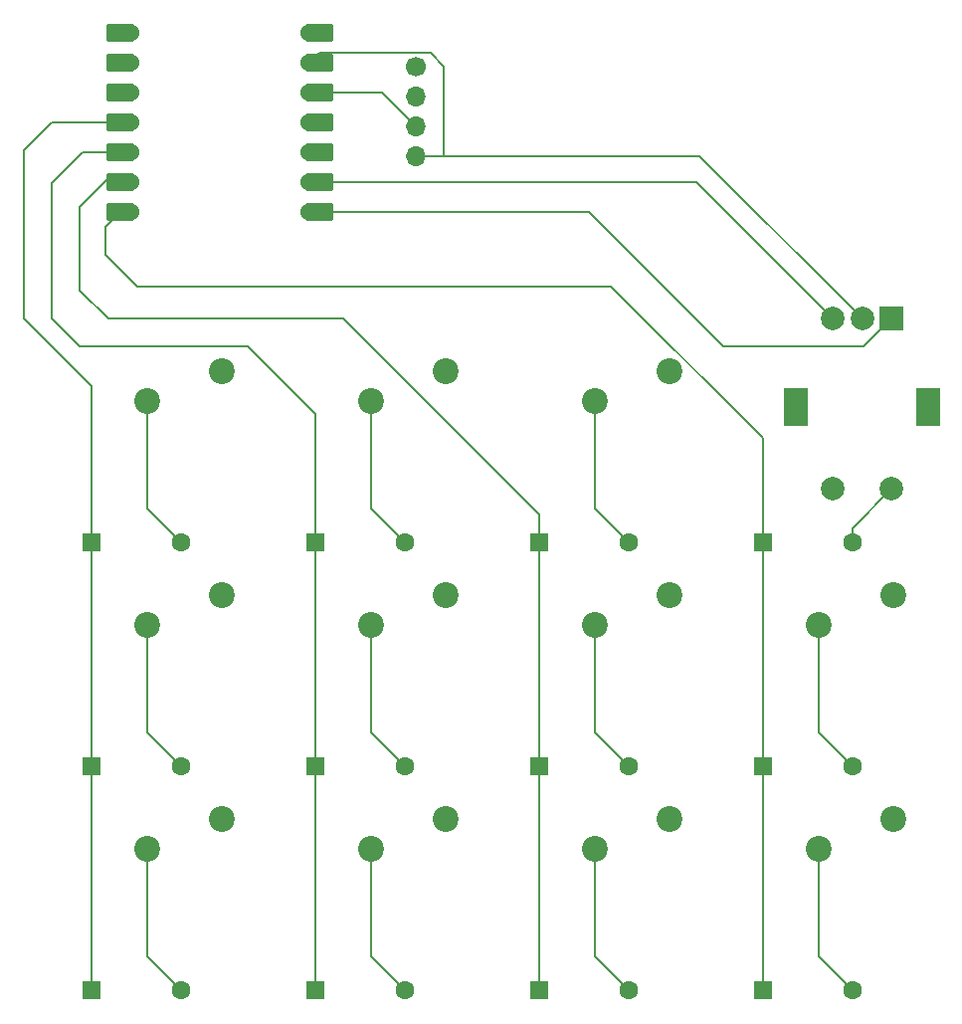
<source format=gbr>
%TF.GenerationSoftware,KiCad,Pcbnew,9.0.6*%
%TF.CreationDate,2025-12-24T16:22:33+00:00*%
%TF.ProjectId,Macro Pad,4d616372-6f20-4506-9164-2e6b69636164,rev?*%
%TF.SameCoordinates,Original*%
%TF.FileFunction,Copper,L1,Top*%
%TF.FilePolarity,Positive*%
%FSLAX46Y46*%
G04 Gerber Fmt 4.6, Leading zero omitted, Abs format (unit mm)*
G04 Created by KiCad (PCBNEW 9.0.6) date 2025-12-24 16:22:33*
%MOMM*%
%LPD*%
G01*
G04 APERTURE LIST*
G04 Aperture macros list*
%AMRoundRect*
0 Rectangle with rounded corners*
0 $1 Rounding radius*
0 $2 $3 $4 $5 $6 $7 $8 $9 X,Y pos of 4 corners*
0 Add a 4 corners polygon primitive as box body*
4,1,4,$2,$3,$4,$5,$6,$7,$8,$9,$2,$3,0*
0 Add four circle primitives for the rounded corners*
1,1,$1+$1,$2,$3*
1,1,$1+$1,$4,$5*
1,1,$1+$1,$6,$7*
1,1,$1+$1,$8,$9*
0 Add four rect primitives between the rounded corners*
20,1,$1+$1,$2,$3,$4,$5,0*
20,1,$1+$1,$4,$5,$6,$7,0*
20,1,$1+$1,$6,$7,$8,$9,0*
20,1,$1+$1,$8,$9,$2,$3,0*%
G04 Aperture macros list end*
%TA.AperFunction,ComponentPad*%
%ADD10C,1.600000*%
%TD*%
%TA.AperFunction,ComponentPad*%
%ADD11RoundRect,0.250000X-0.550000X-0.550000X0.550000X-0.550000X0.550000X0.550000X-0.550000X0.550000X0*%
%TD*%
%TA.AperFunction,ComponentPad*%
%ADD12C,2.200000*%
%TD*%
%TA.AperFunction,ComponentPad*%
%ADD13C,1.700000*%
%TD*%
%TA.AperFunction,ComponentPad*%
%ADD14O,1.700000X1.700000*%
%TD*%
%TA.AperFunction,WasherPad*%
%ADD15R,2.000000X3.200000*%
%TD*%
%TA.AperFunction,ComponentPad*%
%ADD16R,2.000000X2.000000*%
%TD*%
%TA.AperFunction,ComponentPad*%
%ADD17C,2.000000*%
%TD*%
%TA.AperFunction,SMDPad,CuDef*%
%ADD18RoundRect,0.152400X1.063600X0.609600X-1.063600X0.609600X-1.063600X-0.609600X1.063600X-0.609600X0*%
%TD*%
%TA.AperFunction,ComponentPad*%
%ADD19C,1.524000*%
%TD*%
%TA.AperFunction,SMDPad,CuDef*%
%ADD20RoundRect,0.152400X-1.063600X-0.609600X1.063600X-0.609600X1.063600X0.609600X-1.063600X0.609600X0*%
%TD*%
%TA.AperFunction,Conductor*%
%ADD21C,0.200000*%
%TD*%
G04 APERTURE END LIST*
D10*
%TO.P,D10,2,A*%
%TO.N,Net-(D10-A)*%
X108585000Y-73818750D03*
D11*
%TO.P,D10,1,K*%
%TO.N,Net-(D10-K)*%
X100965000Y-73818750D03*
%TD*%
D12*
%TO.P,SW8,1,1*%
%TO.N,Net-(U1-GPIO27{slash}ADC1{slash}A1)*%
X93027500Y-78263750D03*
%TO.P,SW8,2,2*%
%TO.N,Net-(D8-A)*%
X86677500Y-80803750D03*
%TD*%
D11*
%TO.P,D11,1,K*%
%TO.N,Net-(D10-K)*%
X100965000Y-92868750D03*
D10*
%TO.P,D11,2,A*%
%TO.N,Net-(D11-A)*%
X108585000Y-92868750D03*
%TD*%
D12*
%TO.P,SW9,1,1*%
%TO.N,Net-(U1-GPIO26{slash}ADC0{slash}A0)*%
X93027500Y-97313750D03*
%TO.P,SW9,2,2*%
%TO.N,Net-(D9-A)*%
X86677500Y-99853750D03*
%TD*%
D11*
%TO.P,D8,1,K*%
%TO.N,Net-(D7-K)*%
X81915000Y-92868750D03*
D10*
%TO.P,D8,2,A*%
%TO.N,Net-(D8-A)*%
X89535000Y-92868750D03*
%TD*%
D13*
%TO.P,J1,1,Pin_1*%
%TO.N,Net-(J1-Pin_1)*%
X71437500Y-33337500D03*
D14*
%TO.P,J1,2,Pin_2*%
%TO.N,Net-(J1-Pin_2)*%
X71437500Y-35877500D03*
%TO.P,J1,3,Pin_3*%
%TO.N,+3.3V*%
X71437500Y-38417500D03*
%TO.P,J1,4,Pin_4*%
%TO.N,GND*%
X71437500Y-40957500D03*
%TD*%
D11*
%TO.P,D1,1,K*%
%TO.N,Net-(D1-K)*%
X43815000Y-73818750D03*
D10*
%TO.P,D1,2,A*%
%TO.N,Net-(D1-A)*%
X51435000Y-73818750D03*
%TD*%
D12*
%TO.P,SW5,1,1*%
%TO.N,Net-(U1-GPIO27{slash}ADC1{slash}A1)*%
X73977500Y-78263750D03*
%TO.P,SW5,2,2*%
%TO.N,Net-(D5-A)*%
X67627500Y-80803750D03*
%TD*%
D11*
%TO.P,D4,1,K*%
%TO.N,Net-(D4-K)*%
X62865000Y-73818750D03*
D10*
%TO.P,D4,2,A*%
%TO.N,Net-(D4-A)*%
X70485000Y-73818750D03*
%TD*%
D11*
%TO.P,D12,1,K*%
%TO.N,Net-(D10-K)*%
X100965000Y-111918750D03*
D10*
%TO.P,D12,2,A*%
%TO.N,Net-(D12-A)*%
X108585000Y-111918750D03*
%TD*%
D12*
%TO.P,SW3,1,1*%
%TO.N,Net-(U1-GPIO26{slash}ADC0{slash}A0)*%
X54927500Y-97313750D03*
%TO.P,SW3,2,2*%
%TO.N,Net-(D3-A)*%
X48577500Y-99853750D03*
%TD*%
%TO.P,SW1,1,1*%
%TO.N,Net-(U1-GPIO28{slash}ADC2{slash}A2)*%
X54927500Y-59213750D03*
%TO.P,SW1,2,2*%
%TO.N,Net-(D1-A)*%
X48577500Y-61753750D03*
%TD*%
D11*
%TO.P,D3,1,K*%
%TO.N,Net-(D1-K)*%
X43815000Y-111918750D03*
D10*
%TO.P,D3,2,A*%
%TO.N,Net-(D3-A)*%
X51435000Y-111918750D03*
%TD*%
D11*
%TO.P,D5,1,K*%
%TO.N,Net-(D4-K)*%
X62865000Y-92868750D03*
D10*
%TO.P,D5,2,A*%
%TO.N,Net-(D5-A)*%
X70485000Y-92868750D03*
%TD*%
D15*
%TO.P,SW13,*%
%TO.N,*%
X115018750Y-62268750D03*
X103818750Y-62268750D03*
D16*
%TO.P,SW13,A,A*%
%TO.N,Net-(U1-GPIO1{slash}RX)*%
X111918750Y-54768750D03*
D17*
%TO.P,SW13,B,B*%
%TO.N,Net-(U1-GPIO2{slash}SCK)*%
X106918750Y-54768750D03*
%TO.P,SW13,C,C*%
%TO.N,GND*%
X109418750Y-54768750D03*
%TO.P,SW13,S1,S1*%
%TO.N,Net-(U1-GPIO28{slash}ADC2{slash}A2)*%
X106918750Y-69268750D03*
%TO.P,SW13,S2,S2*%
%TO.N,Net-(D10-A)*%
X111918750Y-69268750D03*
%TD*%
D11*
%TO.P,D7,1,K*%
%TO.N,Net-(D7-K)*%
X81915000Y-73818750D03*
D10*
%TO.P,D7,2,A*%
%TO.N,Net-(D7-A)*%
X89535000Y-73818750D03*
%TD*%
D18*
%TO.P,U1,1,GPIO26/ADC0/A0*%
%TO.N,Net-(U1-GPIO26{slash}ADC0{slash}A0)*%
X46313750Y-30480000D03*
D19*
X47148750Y-30480000D03*
D18*
%TO.P,U1,2,GPIO27/ADC1/A1*%
%TO.N,Net-(U1-GPIO27{slash}ADC1{slash}A1)*%
X46313750Y-33020000D03*
D19*
X47148750Y-33020000D03*
D18*
%TO.P,U1,3,GPIO28/ADC2/A2*%
%TO.N,Net-(U1-GPIO28{slash}ADC2{slash}A2)*%
X46313750Y-35560000D03*
D19*
X47148750Y-35560000D03*
D18*
%TO.P,U1,4,GPIO29/ADC3/A3*%
%TO.N,Net-(D1-K)*%
X46313750Y-38100000D03*
D19*
X47148750Y-38100000D03*
D18*
%TO.P,U1,5,GPIO6/SDA*%
%TO.N,Net-(D4-K)*%
X46313750Y-40640000D03*
D19*
X47148750Y-40640000D03*
D18*
%TO.P,U1,6,GPIO7/SCL*%
%TO.N,Net-(D7-K)*%
X46313750Y-43180000D03*
D19*
X47148750Y-43180000D03*
D18*
%TO.P,U1,7,GPIO0/TX*%
%TO.N,Net-(D10-K)*%
X46313750Y-45720000D03*
D19*
X47148750Y-45720000D03*
%TO.P,U1,8,GPIO1/RX*%
%TO.N,Net-(U1-GPIO1{slash}RX)*%
X62388750Y-45720000D03*
D20*
X63223750Y-45720000D03*
D19*
%TO.P,U1,9,GPIO2/SCK*%
%TO.N,Net-(U1-GPIO2{slash}SCK)*%
X62388750Y-43180000D03*
D20*
X63223750Y-43180000D03*
D19*
%TO.P,U1,10,GPIO4/MISO*%
%TO.N,Net-(J1-Pin_2)*%
X62388750Y-40640000D03*
D20*
X63223750Y-40640000D03*
D19*
%TO.P,U1,11,GPIO3/MOSI*%
%TO.N,Net-(J1-Pin_1)*%
X62388750Y-38100000D03*
D20*
X63223750Y-38100000D03*
D19*
%TO.P,U1,12,3V3*%
%TO.N,+3.3V*%
X62388750Y-35560000D03*
D20*
X63223750Y-35560000D03*
D19*
%TO.P,U1,13,GND*%
%TO.N,GND*%
X62388750Y-33020000D03*
D20*
X63223750Y-33020000D03*
D19*
%TO.P,U1,14,VBUS*%
%TO.N,+5V*%
X62388750Y-30480000D03*
D20*
X63223750Y-30480000D03*
%TD*%
D11*
%TO.P,D2,1,K*%
%TO.N,Net-(D1-K)*%
X43815000Y-92868750D03*
D10*
%TO.P,D2,2,A*%
%TO.N,Net-(D2-A)*%
X51435000Y-92868750D03*
%TD*%
D12*
%TO.P,SW7,1,1*%
%TO.N,Net-(U1-GPIO28{slash}ADC2{slash}A2)*%
X93027500Y-59213750D03*
%TO.P,SW7,2,2*%
%TO.N,Net-(D7-A)*%
X86677500Y-61753750D03*
%TD*%
D11*
%TO.P,D6,1,K*%
%TO.N,Net-(D4-K)*%
X62865000Y-111918750D03*
D10*
%TO.P,D6,2,A*%
%TO.N,Net-(D6-A)*%
X70485000Y-111918750D03*
%TD*%
D12*
%TO.P,SW4,1,1*%
%TO.N,Net-(U1-GPIO28{slash}ADC2{slash}A2)*%
X73977500Y-59213750D03*
%TO.P,SW4,2,2*%
%TO.N,Net-(D4-A)*%
X67627500Y-61753750D03*
%TD*%
%TO.P,SW2,1,1*%
%TO.N,Net-(U1-GPIO27{slash}ADC1{slash}A1)*%
X54927500Y-78263750D03*
%TO.P,SW2,2,2*%
%TO.N,Net-(D2-A)*%
X48577500Y-80803750D03*
%TD*%
D11*
%TO.P,D9,1,K*%
%TO.N,Net-(D7-K)*%
X81915000Y-111918750D03*
D10*
%TO.P,D9,2,A*%
%TO.N,Net-(D9-A)*%
X89535000Y-111918750D03*
%TD*%
D12*
%TO.P,SW11,1,1*%
%TO.N,Net-(U1-GPIO26{slash}ADC0{slash}A0)*%
X112077500Y-97313750D03*
%TO.P,SW11,2,2*%
%TO.N,Net-(D12-A)*%
X105727500Y-99853750D03*
%TD*%
%TO.P,SW6,1,1*%
%TO.N,Net-(U1-GPIO26{slash}ADC0{slash}A0)*%
X73977500Y-97313750D03*
%TO.P,SW6,2,2*%
%TO.N,Net-(D6-A)*%
X67627500Y-99853750D03*
%TD*%
%TO.P,SW10,1,1*%
%TO.N,Net-(U1-GPIO27{slash}ADC1{slash}A1)*%
X112077500Y-78263750D03*
%TO.P,SW10,2,2*%
%TO.N,Net-(D11-A)*%
X105727500Y-80803750D03*
%TD*%
D21*
%TO.N,Net-(D1-A)*%
X48577500Y-70961250D02*
X51435000Y-73818750D01*
X48577500Y-61753750D02*
X48577500Y-70961250D01*
%TO.N,Net-(D1-K)*%
X43815000Y-92868750D02*
X43815000Y-73818750D01*
X43815000Y-111918750D02*
X43815000Y-92868750D01*
X38100000Y-40481250D02*
X40481250Y-38100000D01*
X43815000Y-73818750D02*
X43815000Y-60483750D01*
X43815000Y-60483750D02*
X38100000Y-54768750D01*
X40481250Y-38100000D02*
X47148750Y-38100000D01*
X38100000Y-54768750D02*
X38100000Y-40481250D01*
%TO.N,Net-(D2-A)*%
X48577500Y-80803750D02*
X48577500Y-90011250D01*
X48577500Y-90011250D02*
X51435000Y-92868750D01*
%TO.N,Net-(D3-A)*%
X48577500Y-99853750D02*
X48577500Y-109061250D01*
X48577500Y-109061250D02*
X51435000Y-111918750D01*
%TO.N,Net-(D4-A)*%
X67627500Y-70961250D02*
X70485000Y-73818750D01*
X67627500Y-61753750D02*
X67627500Y-70961250D01*
%TO.N,Net-(D5-A)*%
X67627500Y-80803750D02*
X67627500Y-90011250D01*
X67627500Y-90011250D02*
X70485000Y-92868750D01*
%TO.N,Net-(D6-A)*%
X67627500Y-99853750D02*
X67627500Y-109061250D01*
X67627500Y-109061250D02*
X70485000Y-111918750D01*
%TO.N,Net-(D7-A)*%
X86677500Y-61753750D02*
X86677500Y-70961250D01*
X86677500Y-70961250D02*
X89535000Y-73818750D01*
%TO.N,Net-(D8-A)*%
X86677500Y-90011250D02*
X89535000Y-92868750D01*
X86677500Y-80803750D02*
X86677500Y-90011250D01*
%TO.N,Net-(D10-A)*%
X111918750Y-69268750D02*
X108585000Y-72602500D01*
X108585000Y-72602500D02*
X108585000Y-73818750D01*
%TO.N,Net-(D9-A)*%
X86677500Y-109061250D02*
X89535000Y-111918750D01*
X86677500Y-99853750D02*
X86677500Y-109061250D01*
%TO.N,Net-(D10-K)*%
X88070100Y-52021750D02*
X47735500Y-52021750D01*
X45038976Y-49325226D02*
X45038976Y-46994774D01*
X100965000Y-73818750D02*
X100965000Y-64916650D01*
X100965000Y-64916650D02*
X88070100Y-52021750D01*
X45038976Y-46994774D02*
X46313750Y-45720000D01*
X100965000Y-73818750D02*
X100965000Y-111918750D01*
X47735500Y-52021750D02*
X45038976Y-49325226D01*
%TO.N,Net-(D11-A)*%
X105727500Y-80803750D02*
X105727500Y-90011250D01*
X105727500Y-90011250D02*
X108585000Y-92868750D01*
%TO.N,GND*%
X73818750Y-40957500D02*
X71437500Y-40957500D01*
X63222250Y-32186500D02*
X72667750Y-32186500D01*
X109418750Y-54768750D02*
X95607500Y-40957500D01*
X72667750Y-32186500D02*
X73818750Y-33337500D01*
X62388750Y-33020000D02*
X63222250Y-32186500D01*
X73818750Y-33337500D02*
X73818750Y-40957500D01*
X95607500Y-40957500D02*
X73818750Y-40957500D01*
%TO.N,+3.3V*%
X68580000Y-35560000D02*
X62388750Y-35560000D01*
X71437500Y-38417500D02*
X68580000Y-35560000D01*
%TO.N,Net-(U1-GPIO2{slash}SCK)*%
X95330000Y-43180000D02*
X63223750Y-43180000D01*
X106918750Y-54768750D02*
X95330000Y-43180000D01*
%TO.N,Net-(U1-GPIO1{slash}RX)*%
X97631250Y-57150000D02*
X86201250Y-45720000D01*
X111918750Y-54768750D02*
X109537500Y-57150000D01*
X86201250Y-45720000D02*
X63223750Y-45720000D01*
X109537500Y-57150000D02*
X97631250Y-57150000D01*
%TO.N,Net-(D4-K)*%
X40481250Y-54768750D02*
X40481250Y-43259375D01*
X43100625Y-40640000D02*
X47148750Y-40640000D01*
X62865000Y-73818750D02*
X62865000Y-62865000D01*
X57150000Y-57150000D02*
X42862500Y-57150000D01*
X62865000Y-62865000D02*
X57150000Y-57150000D01*
X40481250Y-43259375D02*
X43100625Y-40640000D01*
X62865000Y-111918750D02*
X62865000Y-92868750D01*
X62865000Y-92868750D02*
X62865000Y-73818750D01*
X42862500Y-57150000D02*
X40481250Y-54768750D01*
%TO.N,Net-(D7-K)*%
X81915000Y-71446434D02*
X81915000Y-73818750D01*
X65237316Y-54768750D02*
X81915000Y-71446434D01*
X81915000Y-111918750D02*
X81915000Y-92868750D01*
X45243750Y-54768750D02*
X65237316Y-54768750D01*
X81915000Y-92868750D02*
X81915000Y-73818750D01*
X45243750Y-42862500D02*
X42862500Y-45243750D01*
X42862500Y-45243750D02*
X42862500Y-52387500D01*
X42862500Y-52387500D02*
X45243750Y-54768750D01*
%TO.N,Net-(D12-A)*%
X105727500Y-109061250D02*
X108585000Y-111918750D01*
X105727500Y-99853750D02*
X105727500Y-109061250D01*
%TD*%
M02*

</source>
